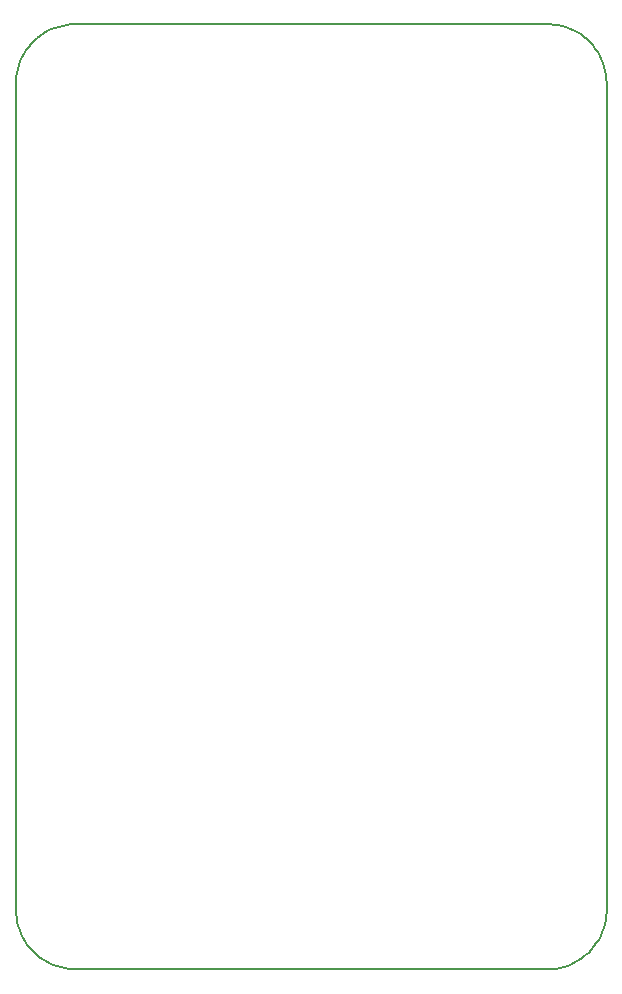
<source format=gko>
%FSDAX24Y24*%
%MOIN*%
%SFA1B1*%

%IPPOS*%
%ADD17C,0.007900*%
%LNcurrentsource-1*%
%LPD*%
G54D17*
X039370Y041340D02*
D01*
X039374Y041202*
X039389Y041065*
X039413Y040930*
X039446Y040797*
X039488Y040666*
X039540Y040539*
X039600Y040415*
X039669Y040296*
X039746Y040182*
X039830Y040074*
X039922Y039972*
X040021Y039876*
X040126Y039788*
X040237Y039707*
X040354Y039634*
X040475Y039570*
X040601Y039514*
X040730Y039467*
X040862Y039429*
X040997Y039400*
X041133Y039381*
X041270Y039372*
X041339Y039371*
X057087D02*
D01*
X057224Y039375*
X057361Y039390*
X057496Y039414*
X057629Y039447*
X057760Y039489*
X057887Y039541*
X058011Y039601*
X058130Y039670*
X058244Y039747*
X058352Y039831*
X058454Y039923*
X058550Y040022*
X058638Y040127*
X058719Y040238*
X058792Y040355*
X058856Y040476*
X058912Y040602*
X058959Y040731*
X058997Y040863*
X059026Y040998*
X059045Y041134*
X059054Y041271*
X059055Y041340*
Y068899D02*
D01*
X059050Y069036*
X059035Y069173*
X059011Y069308*
X058978Y069441*
X058936Y069572*
X058884Y069699*
X058824Y069823*
X058755Y069942*
X058678Y070056*
X058594Y070164*
X058502Y070266*
X058403Y070362*
X058298Y070450*
X058187Y070531*
X058070Y070604*
X057949Y070668*
X057823Y070724*
X057694Y070771*
X057562Y070809*
X057427Y070838*
X057291Y070857*
X057154Y070866*
X057087Y070868*
X041339D02*
D01*
X041201Y070863*
X041064Y070848*
X040929Y070824*
X040796Y070791*
X040665Y070749*
X040538Y070697*
X040414Y070637*
X040295Y070568*
X040181Y070491*
X040073Y070407*
X039971Y070315*
X039875Y070216*
X039787Y070111*
X039706Y070000*
X039633Y069883*
X039569Y069762*
X039513Y069636*
X039466Y069507*
X039428Y069375*
X039399Y069240*
X039380Y069104*
X039371Y068967*
X039370Y068899*
Y041340D02*
Y068899D01*
X041339Y039371D02*
X057087Y039372D01*
X059055Y068899D02*
Y041340D01*
X041339Y070868D02*
X057087D01*
X039370Y041340D02*
D01*
X039374Y041202*
X039389Y041065*
X039413Y040930*
X039446Y040797*
X039488Y040666*
X039540Y040539*
X039600Y040415*
X039669Y040296*
X039746Y040182*
X039830Y040074*
X039922Y039972*
X040021Y039876*
X040126Y039788*
X040237Y039707*
X040354Y039634*
X040475Y039570*
X040601Y039514*
X040730Y039467*
X040862Y039429*
X040997Y039400*
X041133Y039381*
X041270Y039372*
X041339Y039371*
X057087D02*
D01*
X057224Y039375*
X057361Y039390*
X057496Y039414*
X057629Y039447*
X057760Y039489*
X057887Y039541*
X058011Y039601*
X058130Y039670*
X058244Y039747*
X058352Y039831*
X058454Y039923*
X058550Y040022*
X058638Y040127*
X058719Y040238*
X058792Y040355*
X058856Y040476*
X058912Y040602*
X058959Y040731*
X058997Y040863*
X059026Y040998*
X059045Y041134*
X059054Y041271*
X059055Y041340*
Y068899D02*
D01*
X059050Y069036*
X059035Y069173*
X059011Y069308*
X058978Y069441*
X058936Y069572*
X058884Y069699*
X058824Y069823*
X058755Y069942*
X058678Y070056*
X058594Y070164*
X058502Y070266*
X058403Y070362*
X058298Y070450*
X058187Y070531*
X058070Y070604*
X057949Y070668*
X057823Y070724*
X057694Y070771*
X057562Y070809*
X057427Y070838*
X057291Y070857*
X057154Y070866*
X057087Y070868*
X041339D02*
D01*
X041201Y070863*
X041064Y070848*
X040929Y070824*
X040796Y070791*
X040665Y070749*
X040538Y070697*
X040414Y070637*
X040295Y070568*
X040181Y070491*
X040073Y070407*
X039971Y070315*
X039875Y070216*
X039787Y070111*
X039706Y070000*
X039633Y069883*
X039569Y069762*
X039513Y069636*
X039466Y069507*
X039428Y069375*
X039399Y069240*
X039380Y069104*
X039371Y068967*
X039370Y068899*
Y041340D02*
Y068899D01*
X041339Y039371D02*
X057087Y039372D01*
X059055Y068899D02*
Y041340D01*
X041339Y070868D02*
X057087D01*
M02*
</source>
